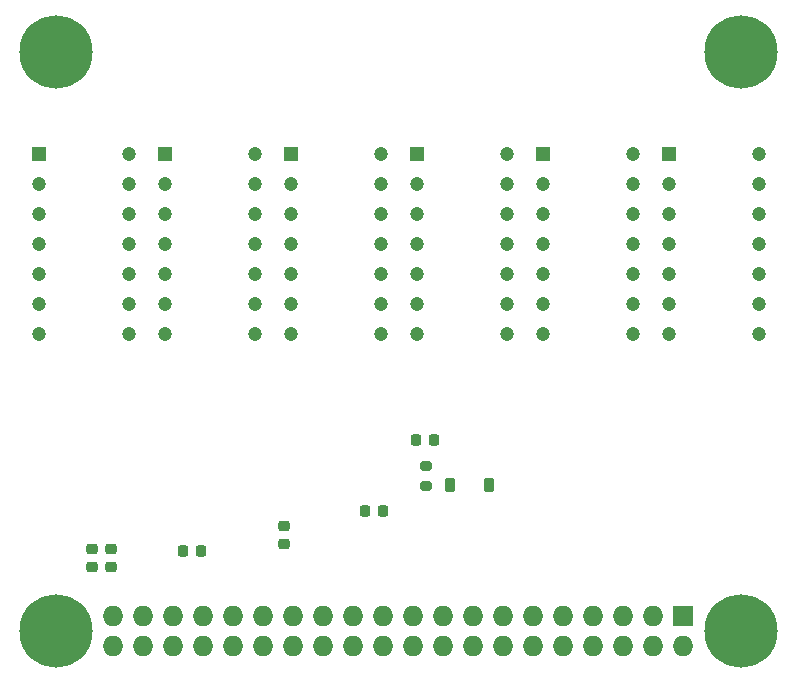
<source format=gbs>
%TF.GenerationSoftware,KiCad,Pcbnew,7.0.5*%
%TF.CreationDate,2023-07-27T20:23:41+03:00*%
%TF.ProjectId,ltp_kikad,6c74705f-6b69-46b6-9164-2e6b69636164,rev?*%
%TF.SameCoordinates,Original*%
%TF.FileFunction,Soldermask,Bot*%
%TF.FilePolarity,Negative*%
%FSLAX46Y46*%
G04 Gerber Fmt 4.6, Leading zero omitted, Abs format (unit mm)*
G04 Created by KiCad (PCBNEW 7.0.5) date 2023-07-27 20:23:41*
%MOMM*%
%LPD*%
G01*
G04 APERTURE LIST*
G04 Aperture macros list*
%AMRoundRect*
0 Rectangle with rounded corners*
0 $1 Rounding radius*
0 $2 $3 $4 $5 $6 $7 $8 $9 X,Y pos of 4 corners*
0 Add a 4 corners polygon primitive as box body*
4,1,4,$2,$3,$4,$5,$6,$7,$8,$9,$2,$3,0*
0 Add four circle primitives for the rounded corners*
1,1,$1+$1,$2,$3*
1,1,$1+$1,$4,$5*
1,1,$1+$1,$6,$7*
1,1,$1+$1,$8,$9*
0 Add four rect primitives between the rounded corners*
20,1,$1+$1,$2,$3,$4,$5,0*
20,1,$1+$1,$4,$5,$6,$7,0*
20,1,$1+$1,$6,$7,$8,$9,0*
20,1,$1+$1,$8,$9,$2,$3,0*%
G04 Aperture macros list end*
%ADD10R,1.200000X1.200000*%
%ADD11C,1.200000*%
%ADD12C,6.200000*%
%ADD13R,1.727200X1.727200*%
%ADD14O,1.727200X1.727200*%
%ADD15RoundRect,0.225000X-0.225000X-0.375000X0.225000X-0.375000X0.225000X0.375000X-0.225000X0.375000X0*%
%ADD16RoundRect,0.225000X-0.225000X-0.250000X0.225000X-0.250000X0.225000X0.250000X-0.225000X0.250000X0*%
%ADD17RoundRect,0.225000X0.225000X0.250000X-0.225000X0.250000X-0.225000X-0.250000X0.225000X-0.250000X0*%
%ADD18RoundRect,0.225000X-0.250000X0.225000X-0.250000X-0.225000X0.250000X-0.225000X0.250000X0.225000X0*%
%ADD19RoundRect,0.200000X0.275000X-0.200000X0.275000X0.200000X-0.275000X0.200000X-0.275000X-0.200000X0*%
G04 APERTURE END LIST*
D10*
%TO.C,DS6*%
X174407900Y-65151000D03*
D11*
X174407900Y-67691000D03*
X174407900Y-70231000D03*
X174407900Y-72771000D03*
X174407900Y-75311000D03*
X174407900Y-77851000D03*
X174407900Y-80391000D03*
X182027900Y-80391000D03*
X182027900Y-77851000D03*
X182027900Y-75311000D03*
X182027900Y-72771000D03*
X182027900Y-70231000D03*
X182027900Y-67691000D03*
X182027900Y-65151000D03*
%TD*%
D10*
%TO.C,DS3*%
X142403900Y-65148600D03*
D11*
X142403900Y-67688600D03*
X142403900Y-70228600D03*
X142403900Y-72768600D03*
X142403900Y-75308600D03*
X142403900Y-77848600D03*
X142403900Y-80388600D03*
X150023900Y-80388600D03*
X150023900Y-77848600D03*
X150023900Y-75308600D03*
X150023900Y-72768600D03*
X150023900Y-70228600D03*
X150023900Y-67688600D03*
X150023900Y-65148600D03*
%TD*%
D12*
%TO.C,*%
X122466800Y-105572200D03*
%TD*%
%TO.C,*%
X180466800Y-56572200D03*
%TD*%
D10*
%TO.C,DS5*%
X163739900Y-65148600D03*
D11*
X163739900Y-67688600D03*
X163739900Y-70228600D03*
X163739900Y-72768600D03*
X163739900Y-75308600D03*
X163739900Y-77848600D03*
X163739900Y-80388600D03*
X171359900Y-80388600D03*
X171359900Y-77848600D03*
X171359900Y-75308600D03*
X171359900Y-72768600D03*
X171359900Y-70228600D03*
X171359900Y-67688600D03*
X171359900Y-65148600D03*
%TD*%
D12*
%TO.C,*%
X180466800Y-105572200D03*
%TD*%
D10*
%TO.C,DS2*%
X131735900Y-65148600D03*
D11*
X131735900Y-67688600D03*
X131735900Y-70228600D03*
X131735900Y-72768600D03*
X131735900Y-75308600D03*
X131735900Y-77848600D03*
X131735900Y-80388600D03*
X139355900Y-80388600D03*
X139355900Y-77848600D03*
X139355900Y-75308600D03*
X139355900Y-72768600D03*
X139355900Y-70228600D03*
X139355900Y-67688600D03*
X139355900Y-65148600D03*
%TD*%
D10*
%TO.C,DS1*%
X121067900Y-65148600D03*
D11*
X121067900Y-67688600D03*
X121067900Y-70228600D03*
X121067900Y-72768600D03*
X121067900Y-75308600D03*
X121067900Y-77848600D03*
X121067900Y-80388600D03*
X128687900Y-80388600D03*
X128687900Y-77848600D03*
X128687900Y-75308600D03*
X128687900Y-72768600D03*
X128687900Y-70228600D03*
X128687900Y-67688600D03*
X128687900Y-65148600D03*
%TD*%
D12*
%TO.C,*%
X122466800Y-56572200D03*
%TD*%
D13*
%TO.C,J2*%
X175580000Y-104300000D03*
D14*
X175580000Y-106840000D03*
X173040000Y-104300000D03*
X173040000Y-106840000D03*
X170500000Y-104300000D03*
X170500000Y-106840000D03*
X167960000Y-104300000D03*
X167960000Y-106840000D03*
X165420000Y-104300000D03*
X165420000Y-106840000D03*
X162880000Y-104300000D03*
X162880000Y-106840000D03*
X160340000Y-104300000D03*
X160340000Y-106840000D03*
X157800000Y-104300000D03*
X157800000Y-106840000D03*
X155260000Y-104300000D03*
X155260000Y-106840000D03*
X152720000Y-104300000D03*
X152720000Y-106840000D03*
X150180000Y-104300000D03*
X150180000Y-106840000D03*
X147640000Y-104300000D03*
X147640000Y-106840000D03*
X145100000Y-104300000D03*
X145100000Y-106840000D03*
X142560000Y-104300000D03*
X142560000Y-106840000D03*
X140020000Y-104300000D03*
X140020000Y-106840000D03*
X137480000Y-104300000D03*
X137480000Y-106840000D03*
X134940000Y-104300000D03*
X134940000Y-106840000D03*
X132400000Y-104300000D03*
X132400000Y-106840000D03*
X129860000Y-104300000D03*
X129860000Y-106840000D03*
X127320000Y-104300000D03*
X127320000Y-106840000D03*
%TD*%
D10*
%TO.C,DS4*%
X153071900Y-65148600D03*
D11*
X153071900Y-67688600D03*
X153071900Y-70228600D03*
X153071900Y-72768600D03*
X153071900Y-75308600D03*
X153071900Y-77848600D03*
X153071900Y-80388600D03*
X160691900Y-80388600D03*
X160691900Y-77848600D03*
X160691900Y-75308600D03*
X160691900Y-72768600D03*
X160691900Y-70228600D03*
X160691900Y-67688600D03*
X160691900Y-65148600D03*
%TD*%
D15*
%TO.C,D1*%
X155887000Y-93200000D03*
X159187000Y-93200000D03*
%TD*%
D16*
%TO.C,C15*%
X148637000Y-95400000D03*
X150187000Y-95400000D03*
%TD*%
D17*
%TO.C,C14*%
X154537000Y-89400000D03*
X152987000Y-89400000D03*
%TD*%
D18*
%TO.C,C16*%
X141787000Y-96650000D03*
X141787000Y-98200000D03*
%TD*%
%TO.C,C3*%
X125587000Y-98625000D03*
X125587000Y-100175000D03*
%TD*%
D16*
%TO.C,C18*%
X133237000Y-98800000D03*
X134787000Y-98800000D03*
%TD*%
D18*
%TO.C,C4*%
X127187000Y-98625000D03*
X127187000Y-100175000D03*
%TD*%
D19*
%TO.C,R2*%
X153787000Y-93250000D03*
X153787000Y-91600000D03*
%TD*%
M02*

</source>
